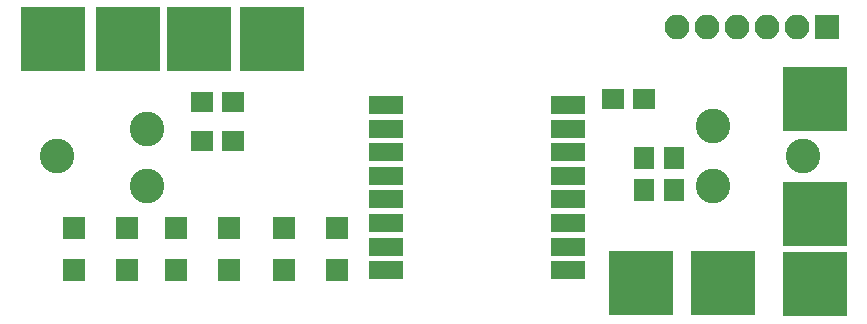
<source format=gbr>
G04 #@! TF.FileFunction,Soldermask,Top*
%FSLAX46Y46*%
G04 Gerber Fmt 4.6, Leading zero omitted, Abs format (unit mm)*
G04 Created by KiCad (PCBNEW 4.0.6) date Fri Aug 18 15:24:34 2017*
%MOMM*%
%LPD*%
G01*
G04 APERTURE LIST*
%ADD10C,0.100000*%
%ADD11R,2.900000X1.500000*%
%ADD12R,5.400000X5.400000*%
%ADD13C,2.940000*%
%ADD14R,1.900000X1.900000*%
%ADD15R,2.100000X2.100000*%
%ADD16O,2.100000X2.100000*%
%ADD17R,1.900000X1.700000*%
%ADD18R,1.700000X1.900000*%
G04 APERTURE END LIST*
D10*
D11*
X184212000Y-35052000D03*
X184212000Y-37052000D03*
X184212000Y-39052000D03*
X184212000Y-41052000D03*
X184212000Y-43052000D03*
X184212000Y-45052000D03*
X184212000Y-47052000D03*
X184212000Y-49052000D03*
X199612000Y-49052000D03*
X199612000Y-47052000D03*
X199612000Y-45052000D03*
X199612000Y-43052000D03*
X199612000Y-41052000D03*
X199612000Y-39052000D03*
X199612000Y-37052000D03*
X199612000Y-35052000D03*
D12*
X168354000Y-29464000D03*
X162354000Y-29464000D03*
X220472000Y-44244000D03*
X220472000Y-50244000D03*
D13*
X156340000Y-39370000D03*
X163960000Y-41910000D03*
X163960000Y-37084000D03*
X219460000Y-39370000D03*
X211840000Y-36830000D03*
X211840000Y-41910000D03*
D14*
X170881000Y-48994000D03*
X166431000Y-48994000D03*
X170881000Y-45494000D03*
X166431000Y-45494000D03*
X162245000Y-48994000D03*
X157795000Y-48994000D03*
X162245000Y-45494000D03*
X157795000Y-45494000D03*
X180025000Y-48994000D03*
X175575000Y-48994000D03*
X180025000Y-45494000D03*
X175575000Y-45494000D03*
D12*
X155956000Y-29464000D03*
D15*
X221488000Y-28448000D03*
D16*
X218948000Y-28448000D03*
X216408000Y-28448000D03*
X213868000Y-28448000D03*
X211328000Y-28448000D03*
X208788000Y-28448000D03*
D12*
X205740000Y-50165000D03*
X212725000Y-50165000D03*
D17*
X171276000Y-38100000D03*
X168576000Y-38100000D03*
X171276000Y-34798000D03*
X168576000Y-34798000D03*
D18*
X205994000Y-39544000D03*
X205994000Y-42244000D03*
D17*
X203374000Y-34544000D03*
X206074000Y-34544000D03*
D18*
X208534000Y-42244000D03*
X208534000Y-39544000D03*
D12*
X220472000Y-34544000D03*
X174498000Y-29464000D03*
M02*

</source>
